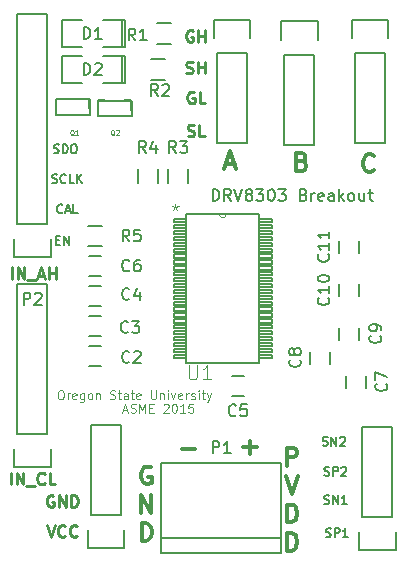
<source format=gto>
G04 #@! TF.FileFunction,Legend,Top*
%FSLAX46Y46*%
G04 Gerber Fmt 4.6, Leading zero omitted, Abs format (unit mm)*
G04 Created by KiCad (PCBNEW (2015-07-25 BZR 5993)-product) date Sun 30 Aug 2015 02:46:25 PM PDT*
%MOMM*%
G01*
G04 APERTURE LIST*
%ADD10C,0.100000*%
%ADD11C,0.096800*%
%ADD12C,0.147600*%
%ADD13C,0.300000*%
%ADD14C,0.248000*%
%ADD15C,0.152400*%
%ADD16C,0.150000*%
%ADD17C,0.203200*%
%ADD18C,0.076200*%
%ADD19C,0.088900*%
G04 APERTURE END LIST*
D10*
D11*
X135968429Y-79879000D02*
X136319858Y-79879000D01*
X135898144Y-80089857D02*
X136144144Y-79351857D01*
X136390144Y-80089857D01*
X136601000Y-80054714D02*
X136706429Y-80089857D01*
X136882143Y-80089857D01*
X136952429Y-80054714D01*
X136987572Y-80019571D01*
X137022715Y-79949286D01*
X137022715Y-79879000D01*
X136987572Y-79808714D01*
X136952429Y-79773571D01*
X136882143Y-79738429D01*
X136741572Y-79703286D01*
X136671286Y-79668143D01*
X136636143Y-79633000D01*
X136601000Y-79562714D01*
X136601000Y-79492429D01*
X136636143Y-79422143D01*
X136671286Y-79387000D01*
X136741572Y-79351857D01*
X136917286Y-79351857D01*
X137022715Y-79387000D01*
X137339000Y-80089857D02*
X137339000Y-79351857D01*
X137585000Y-79879000D01*
X137831000Y-79351857D01*
X137831000Y-80089857D01*
X138182429Y-79703286D02*
X138428429Y-79703286D01*
X138533858Y-80089857D02*
X138182429Y-80089857D01*
X138182429Y-79351857D01*
X138533858Y-79351857D01*
X139377286Y-79422143D02*
X139412429Y-79387000D01*
X139482715Y-79351857D01*
X139658429Y-79351857D01*
X139728715Y-79387000D01*
X139763858Y-79422143D01*
X139799001Y-79492429D01*
X139799001Y-79562714D01*
X139763858Y-79668143D01*
X139342144Y-80089857D01*
X139799001Y-80089857D01*
X140255858Y-79351857D02*
X140326143Y-79351857D01*
X140396429Y-79387000D01*
X140431572Y-79422143D01*
X140466715Y-79492429D01*
X140501858Y-79633000D01*
X140501858Y-79808714D01*
X140466715Y-79949286D01*
X140431572Y-80019571D01*
X140396429Y-80054714D01*
X140326143Y-80089857D01*
X140255858Y-80089857D01*
X140185572Y-80054714D01*
X140150429Y-80019571D01*
X140115286Y-79949286D01*
X140080143Y-79808714D01*
X140080143Y-79633000D01*
X140115286Y-79492429D01*
X140150429Y-79422143D01*
X140185572Y-79387000D01*
X140255858Y-79351857D01*
X141204715Y-80089857D02*
X140783000Y-80089857D01*
X140993858Y-80089857D02*
X140993858Y-79351857D01*
X140923572Y-79457286D01*
X140853286Y-79527571D01*
X140783000Y-79562714D01*
X141872429Y-79351857D02*
X141521000Y-79351857D01*
X141485857Y-79703286D01*
X141521000Y-79668143D01*
X141591286Y-79633000D01*
X141767000Y-79633000D01*
X141837286Y-79668143D01*
X141872429Y-79703286D01*
X141907572Y-79773571D01*
X141907572Y-79949286D01*
X141872429Y-80019571D01*
X141837286Y-80054714D01*
X141767000Y-80089857D01*
X141591286Y-80089857D01*
X141521000Y-80054714D01*
X141485857Y-80019571D01*
X130615430Y-78208857D02*
X130756001Y-78208857D01*
X130826287Y-78244000D01*
X130896573Y-78314286D01*
X130931715Y-78454857D01*
X130931715Y-78700857D01*
X130896573Y-78841429D01*
X130826287Y-78911714D01*
X130756001Y-78946857D01*
X130615430Y-78946857D01*
X130545144Y-78911714D01*
X130474858Y-78841429D01*
X130439715Y-78700857D01*
X130439715Y-78454857D01*
X130474858Y-78314286D01*
X130545144Y-78244000D01*
X130615430Y-78208857D01*
X131248001Y-78946857D02*
X131248001Y-78454857D01*
X131248001Y-78595429D02*
X131283144Y-78525143D01*
X131318287Y-78490000D01*
X131388573Y-78454857D01*
X131458858Y-78454857D01*
X131986001Y-78911714D02*
X131915715Y-78946857D01*
X131775144Y-78946857D01*
X131704858Y-78911714D01*
X131669715Y-78841429D01*
X131669715Y-78560286D01*
X131704858Y-78490000D01*
X131775144Y-78454857D01*
X131915715Y-78454857D01*
X131986001Y-78490000D01*
X132021144Y-78560286D01*
X132021144Y-78630571D01*
X131669715Y-78700857D01*
X132653715Y-78454857D02*
X132653715Y-79052286D01*
X132618572Y-79122571D01*
X132583429Y-79157714D01*
X132513144Y-79192857D01*
X132407715Y-79192857D01*
X132337429Y-79157714D01*
X132653715Y-78911714D02*
X132583429Y-78946857D01*
X132442858Y-78946857D01*
X132372572Y-78911714D01*
X132337429Y-78876571D01*
X132302286Y-78806286D01*
X132302286Y-78595429D01*
X132337429Y-78525143D01*
X132372572Y-78490000D01*
X132442858Y-78454857D01*
X132583429Y-78454857D01*
X132653715Y-78490000D01*
X133110572Y-78946857D02*
X133040286Y-78911714D01*
X133005143Y-78876571D01*
X132970000Y-78806286D01*
X132970000Y-78595429D01*
X133005143Y-78525143D01*
X133040286Y-78490000D01*
X133110572Y-78454857D01*
X133216000Y-78454857D01*
X133286286Y-78490000D01*
X133321429Y-78525143D01*
X133356572Y-78595429D01*
X133356572Y-78806286D01*
X133321429Y-78876571D01*
X133286286Y-78911714D01*
X133216000Y-78946857D01*
X133110572Y-78946857D01*
X133672857Y-78454857D02*
X133672857Y-78946857D01*
X133672857Y-78525143D02*
X133708000Y-78490000D01*
X133778286Y-78454857D01*
X133883714Y-78454857D01*
X133954000Y-78490000D01*
X133989143Y-78560286D01*
X133989143Y-78946857D01*
X134867714Y-78911714D02*
X134973143Y-78946857D01*
X135148857Y-78946857D01*
X135219143Y-78911714D01*
X135254286Y-78876571D01*
X135289429Y-78806286D01*
X135289429Y-78736000D01*
X135254286Y-78665714D01*
X135219143Y-78630571D01*
X135148857Y-78595429D01*
X135008286Y-78560286D01*
X134938000Y-78525143D01*
X134902857Y-78490000D01*
X134867714Y-78419714D01*
X134867714Y-78349429D01*
X134902857Y-78279143D01*
X134938000Y-78244000D01*
X135008286Y-78208857D01*
X135184000Y-78208857D01*
X135289429Y-78244000D01*
X135500286Y-78454857D02*
X135781429Y-78454857D01*
X135605714Y-78208857D02*
X135605714Y-78841429D01*
X135640857Y-78911714D01*
X135711143Y-78946857D01*
X135781429Y-78946857D01*
X136343714Y-78946857D02*
X136343714Y-78560286D01*
X136308571Y-78490000D01*
X136238285Y-78454857D01*
X136097714Y-78454857D01*
X136027428Y-78490000D01*
X136343714Y-78911714D02*
X136273428Y-78946857D01*
X136097714Y-78946857D01*
X136027428Y-78911714D01*
X135992285Y-78841429D01*
X135992285Y-78771143D01*
X136027428Y-78700857D01*
X136097714Y-78665714D01*
X136273428Y-78665714D01*
X136343714Y-78630571D01*
X136589714Y-78454857D02*
X136870857Y-78454857D01*
X136695142Y-78208857D02*
X136695142Y-78841429D01*
X136730285Y-78911714D01*
X136800571Y-78946857D01*
X136870857Y-78946857D01*
X137397999Y-78911714D02*
X137327713Y-78946857D01*
X137187142Y-78946857D01*
X137116856Y-78911714D01*
X137081713Y-78841429D01*
X137081713Y-78560286D01*
X137116856Y-78490000D01*
X137187142Y-78454857D01*
X137327713Y-78454857D01*
X137397999Y-78490000D01*
X137433142Y-78560286D01*
X137433142Y-78630571D01*
X137081713Y-78700857D01*
X138311713Y-78208857D02*
X138311713Y-78806286D01*
X138346856Y-78876571D01*
X138381999Y-78911714D01*
X138452285Y-78946857D01*
X138592856Y-78946857D01*
X138663142Y-78911714D01*
X138698285Y-78876571D01*
X138733428Y-78806286D01*
X138733428Y-78208857D01*
X139084856Y-78454857D02*
X139084856Y-78946857D01*
X139084856Y-78525143D02*
X139119999Y-78490000D01*
X139190285Y-78454857D01*
X139295713Y-78454857D01*
X139365999Y-78490000D01*
X139401142Y-78560286D01*
X139401142Y-78946857D01*
X139752570Y-78946857D02*
X139752570Y-78454857D01*
X139752570Y-78208857D02*
X139717427Y-78244000D01*
X139752570Y-78279143D01*
X139787713Y-78244000D01*
X139752570Y-78208857D01*
X139752570Y-78279143D01*
X140033714Y-78454857D02*
X140209428Y-78946857D01*
X140385142Y-78454857D01*
X140947428Y-78911714D02*
X140877142Y-78946857D01*
X140736571Y-78946857D01*
X140666285Y-78911714D01*
X140631142Y-78841429D01*
X140631142Y-78560286D01*
X140666285Y-78490000D01*
X140736571Y-78454857D01*
X140877142Y-78454857D01*
X140947428Y-78490000D01*
X140982571Y-78560286D01*
X140982571Y-78630571D01*
X140631142Y-78700857D01*
X141298856Y-78946857D02*
X141298856Y-78454857D01*
X141298856Y-78595429D02*
X141333999Y-78525143D01*
X141369142Y-78490000D01*
X141439428Y-78454857D01*
X141509713Y-78454857D01*
X141720570Y-78911714D02*
X141790856Y-78946857D01*
X141931428Y-78946857D01*
X142001713Y-78911714D01*
X142036856Y-78841429D01*
X142036856Y-78806286D01*
X142001713Y-78736000D01*
X141931428Y-78700857D01*
X141825999Y-78700857D01*
X141755713Y-78665714D01*
X141720570Y-78595429D01*
X141720570Y-78560286D01*
X141755713Y-78490000D01*
X141825999Y-78454857D01*
X141931428Y-78454857D01*
X142001713Y-78490000D01*
X142353142Y-78946857D02*
X142353142Y-78454857D01*
X142353142Y-78208857D02*
X142317999Y-78244000D01*
X142353142Y-78279143D01*
X142388285Y-78244000D01*
X142353142Y-78208857D01*
X142353142Y-78279143D01*
X142599143Y-78454857D02*
X142880286Y-78454857D01*
X142704571Y-78208857D02*
X142704571Y-78841429D01*
X142739714Y-78911714D01*
X142810000Y-78946857D01*
X142880286Y-78946857D01*
X143056000Y-78454857D02*
X143231714Y-78946857D01*
X143407428Y-78454857D02*
X143231714Y-78946857D01*
X143161428Y-79122571D01*
X143126285Y-79157714D01*
X143056000Y-79192857D01*
D12*
X143533189Y-62170762D02*
X143533189Y-61178762D01*
X143769380Y-61178762D01*
X143911094Y-61226000D01*
X144005570Y-61320476D01*
X144052809Y-61414952D01*
X144100047Y-61603905D01*
X144100047Y-61745619D01*
X144052809Y-61934571D01*
X144005570Y-62029048D01*
X143911094Y-62123524D01*
X143769380Y-62170762D01*
X143533189Y-62170762D01*
X145092047Y-62170762D02*
X144761380Y-61698381D01*
X144525189Y-62170762D02*
X144525189Y-61178762D01*
X144903094Y-61178762D01*
X144997570Y-61226000D01*
X145044809Y-61273238D01*
X145092047Y-61367714D01*
X145092047Y-61509429D01*
X145044809Y-61603905D01*
X144997570Y-61651143D01*
X144903094Y-61698381D01*
X144525189Y-61698381D01*
X145375475Y-61178762D02*
X145706142Y-62170762D01*
X146036809Y-61178762D01*
X146509190Y-61603905D02*
X146414714Y-61556667D01*
X146367475Y-61509429D01*
X146320237Y-61414952D01*
X146320237Y-61367714D01*
X146367475Y-61273238D01*
X146414714Y-61226000D01*
X146509190Y-61178762D01*
X146698142Y-61178762D01*
X146792618Y-61226000D01*
X146839856Y-61273238D01*
X146887095Y-61367714D01*
X146887095Y-61414952D01*
X146839856Y-61509429D01*
X146792618Y-61556667D01*
X146698142Y-61603905D01*
X146509190Y-61603905D01*
X146414714Y-61651143D01*
X146367475Y-61698381D01*
X146320237Y-61792857D01*
X146320237Y-61981810D01*
X146367475Y-62076286D01*
X146414714Y-62123524D01*
X146509190Y-62170762D01*
X146698142Y-62170762D01*
X146792618Y-62123524D01*
X146839856Y-62076286D01*
X146887095Y-61981810D01*
X146887095Y-61792857D01*
X146839856Y-61698381D01*
X146792618Y-61651143D01*
X146698142Y-61603905D01*
X147217761Y-61178762D02*
X147831857Y-61178762D01*
X147501190Y-61556667D01*
X147642904Y-61556667D01*
X147737380Y-61603905D01*
X147784618Y-61651143D01*
X147831857Y-61745619D01*
X147831857Y-61981810D01*
X147784618Y-62076286D01*
X147737380Y-62123524D01*
X147642904Y-62170762D01*
X147359476Y-62170762D01*
X147264999Y-62123524D01*
X147217761Y-62076286D01*
X148445952Y-61178762D02*
X148540428Y-61178762D01*
X148634904Y-61226000D01*
X148682142Y-61273238D01*
X148729380Y-61367714D01*
X148776619Y-61556667D01*
X148776619Y-61792857D01*
X148729380Y-61981810D01*
X148682142Y-62076286D01*
X148634904Y-62123524D01*
X148540428Y-62170762D01*
X148445952Y-62170762D01*
X148351476Y-62123524D01*
X148304238Y-62076286D01*
X148256999Y-61981810D01*
X148209761Y-61792857D01*
X148209761Y-61556667D01*
X148256999Y-61367714D01*
X148304238Y-61273238D01*
X148351476Y-61226000D01*
X148445952Y-61178762D01*
X149107285Y-61178762D02*
X149721381Y-61178762D01*
X149390714Y-61556667D01*
X149532428Y-61556667D01*
X149626904Y-61603905D01*
X149674142Y-61651143D01*
X149721381Y-61745619D01*
X149721381Y-61981810D01*
X149674142Y-62076286D01*
X149626904Y-62123524D01*
X149532428Y-62170762D01*
X149249000Y-62170762D01*
X149154523Y-62123524D01*
X149107285Y-62076286D01*
X151233000Y-61651143D02*
X151374714Y-61698381D01*
X151421953Y-61745619D01*
X151469191Y-61840095D01*
X151469191Y-61981810D01*
X151421953Y-62076286D01*
X151374714Y-62123524D01*
X151280238Y-62170762D01*
X150902333Y-62170762D01*
X150902333Y-61178762D01*
X151233000Y-61178762D01*
X151327476Y-61226000D01*
X151374714Y-61273238D01*
X151421953Y-61367714D01*
X151421953Y-61462190D01*
X151374714Y-61556667D01*
X151327476Y-61603905D01*
X151233000Y-61651143D01*
X150902333Y-61651143D01*
X151894333Y-62170762D02*
X151894333Y-61509429D01*
X151894333Y-61698381D02*
X151941572Y-61603905D01*
X151988810Y-61556667D01*
X152083286Y-61509429D01*
X152177762Y-61509429D01*
X152886333Y-62123524D02*
X152791857Y-62170762D01*
X152602905Y-62170762D01*
X152508428Y-62123524D01*
X152461190Y-62029048D01*
X152461190Y-61651143D01*
X152508428Y-61556667D01*
X152602905Y-61509429D01*
X152791857Y-61509429D01*
X152886333Y-61556667D01*
X152933571Y-61651143D01*
X152933571Y-61745619D01*
X152461190Y-61840095D01*
X153783857Y-62170762D02*
X153783857Y-61651143D01*
X153736619Y-61556667D01*
X153642143Y-61509429D01*
X153453191Y-61509429D01*
X153358714Y-61556667D01*
X153783857Y-62123524D02*
X153689381Y-62170762D01*
X153453191Y-62170762D01*
X153358714Y-62123524D01*
X153311476Y-62029048D01*
X153311476Y-61934571D01*
X153358714Y-61840095D01*
X153453191Y-61792857D01*
X153689381Y-61792857D01*
X153783857Y-61745619D01*
X154256238Y-62170762D02*
X154256238Y-61178762D01*
X154350715Y-61792857D02*
X154634143Y-62170762D01*
X154634143Y-61509429D02*
X154256238Y-61887333D01*
X155201001Y-62170762D02*
X155106525Y-62123524D01*
X155059286Y-62076286D01*
X155012048Y-61981810D01*
X155012048Y-61698381D01*
X155059286Y-61603905D01*
X155106525Y-61556667D01*
X155201001Y-61509429D01*
X155342715Y-61509429D01*
X155437191Y-61556667D01*
X155484429Y-61603905D01*
X155531667Y-61698381D01*
X155531667Y-61981810D01*
X155484429Y-62076286D01*
X155437191Y-62123524D01*
X155342715Y-62170762D01*
X155201001Y-62170762D01*
X156381953Y-61509429D02*
X156381953Y-62170762D01*
X155956810Y-61509429D02*
X155956810Y-62029048D01*
X156004049Y-62123524D01*
X156098525Y-62170762D01*
X156240239Y-62170762D01*
X156334715Y-62123524D01*
X156381953Y-62076286D01*
X156712620Y-61509429D02*
X157090525Y-61509429D01*
X156854334Y-61178762D02*
X156854334Y-62029048D01*
X156901573Y-62123524D01*
X156996049Y-62170762D01*
X157090525Y-62170762D01*
D13*
X140906572Y-83165143D02*
X142049429Y-83165143D01*
X146113572Y-83038143D02*
X147256429Y-83038143D01*
X146685000Y-83609571D02*
X146685000Y-82466714D01*
X138314857Y-84734000D02*
X138172000Y-84662571D01*
X137957714Y-84662571D01*
X137743429Y-84734000D01*
X137600571Y-84876857D01*
X137529143Y-85019714D01*
X137457714Y-85305429D01*
X137457714Y-85519714D01*
X137529143Y-85805429D01*
X137600571Y-85948286D01*
X137743429Y-86091143D01*
X137957714Y-86162571D01*
X138100571Y-86162571D01*
X138314857Y-86091143D01*
X138386286Y-86019714D01*
X138386286Y-85519714D01*
X138100571Y-85519714D01*
X137493429Y-88562571D02*
X137493429Y-87062571D01*
X138350572Y-88562571D01*
X138350572Y-87062571D01*
X137529143Y-90962571D02*
X137529143Y-89462571D01*
X137886286Y-89462571D01*
X138100571Y-89534000D01*
X138243429Y-89676857D01*
X138314857Y-89819714D01*
X138386286Y-90105429D01*
X138386286Y-90319714D01*
X138314857Y-90605429D01*
X138243429Y-90748286D01*
X138100571Y-90891143D01*
X137886286Y-90962571D01*
X137529143Y-90962571D01*
X149848143Y-84581571D02*
X149848143Y-83081571D01*
X150419571Y-83081571D01*
X150562429Y-83153000D01*
X150633857Y-83224429D01*
X150705286Y-83367286D01*
X150705286Y-83581571D01*
X150633857Y-83724429D01*
X150562429Y-83795857D01*
X150419571Y-83867286D01*
X149848143Y-83867286D01*
X149741000Y-85481571D02*
X150241000Y-86981571D01*
X150741000Y-85481571D01*
X149848143Y-89381571D02*
X149848143Y-87881571D01*
X150205286Y-87881571D01*
X150419571Y-87953000D01*
X150562429Y-88095857D01*
X150633857Y-88238714D01*
X150705286Y-88524429D01*
X150705286Y-88738714D01*
X150633857Y-89024429D01*
X150562429Y-89167286D01*
X150419571Y-89310143D01*
X150205286Y-89381571D01*
X149848143Y-89381571D01*
X149848143Y-91781571D02*
X149848143Y-90281571D01*
X150205286Y-90281571D01*
X150419571Y-90353000D01*
X150562429Y-90495857D01*
X150633857Y-90638714D01*
X150705286Y-90924429D01*
X150705286Y-91138714D01*
X150633857Y-91424429D01*
X150562429Y-91567286D01*
X150419571Y-91710143D01*
X150205286Y-91781571D01*
X149848143Y-91781571D01*
D12*
X152848143Y-82848714D02*
X152953572Y-82883857D01*
X153129286Y-82883857D01*
X153199572Y-82848714D01*
X153234715Y-82813571D01*
X153269858Y-82743286D01*
X153269858Y-82673000D01*
X153234715Y-82602714D01*
X153199572Y-82567571D01*
X153129286Y-82532429D01*
X152988715Y-82497286D01*
X152918429Y-82462143D01*
X152883286Y-82427000D01*
X152848143Y-82356714D01*
X152848143Y-82286429D01*
X152883286Y-82216143D01*
X152918429Y-82181000D01*
X152988715Y-82145857D01*
X153164429Y-82145857D01*
X153269858Y-82181000D01*
X153586143Y-82883857D02*
X153586143Y-82145857D01*
X154007858Y-82883857D01*
X154007858Y-82145857D01*
X154324143Y-82216143D02*
X154359286Y-82181000D01*
X154429572Y-82145857D01*
X154605286Y-82145857D01*
X154675572Y-82181000D01*
X154710715Y-82216143D01*
X154745858Y-82286429D01*
X154745858Y-82356714D01*
X154710715Y-82462143D01*
X154289001Y-82883857D01*
X154745858Y-82883857D01*
X152992714Y-85388714D02*
X153098143Y-85423857D01*
X153273857Y-85423857D01*
X153344143Y-85388714D01*
X153379286Y-85353571D01*
X153414429Y-85283286D01*
X153414429Y-85213000D01*
X153379286Y-85142714D01*
X153344143Y-85107571D01*
X153273857Y-85072429D01*
X153133286Y-85037286D01*
X153063000Y-85002143D01*
X153027857Y-84967000D01*
X152992714Y-84896714D01*
X152992714Y-84826429D01*
X153027857Y-84756143D01*
X153063000Y-84721000D01*
X153133286Y-84685857D01*
X153309000Y-84685857D01*
X153414429Y-84721000D01*
X153730714Y-85423857D02*
X153730714Y-84685857D01*
X154011857Y-84685857D01*
X154082143Y-84721000D01*
X154117286Y-84756143D01*
X154152429Y-84826429D01*
X154152429Y-84931857D01*
X154117286Y-85002143D01*
X154082143Y-85037286D01*
X154011857Y-85072429D01*
X153730714Y-85072429D01*
X154433571Y-84756143D02*
X154468714Y-84721000D01*
X154539000Y-84685857D01*
X154714714Y-84685857D01*
X154785000Y-84721000D01*
X154820143Y-84756143D01*
X154855286Y-84826429D01*
X154855286Y-84896714D01*
X154820143Y-85002143D01*
X154398429Y-85423857D01*
X154855286Y-85423857D01*
X152975143Y-87801714D02*
X153080572Y-87836857D01*
X153256286Y-87836857D01*
X153326572Y-87801714D01*
X153361715Y-87766571D01*
X153396858Y-87696286D01*
X153396858Y-87626000D01*
X153361715Y-87555714D01*
X153326572Y-87520571D01*
X153256286Y-87485429D01*
X153115715Y-87450286D01*
X153045429Y-87415143D01*
X153010286Y-87380000D01*
X152975143Y-87309714D01*
X152975143Y-87239429D01*
X153010286Y-87169143D01*
X153045429Y-87134000D01*
X153115715Y-87098857D01*
X153291429Y-87098857D01*
X153396858Y-87134000D01*
X153713143Y-87836857D02*
X153713143Y-87098857D01*
X154134858Y-87836857D01*
X154134858Y-87098857D01*
X154872858Y-87836857D02*
X154451143Y-87836857D01*
X154662001Y-87836857D02*
X154662001Y-87098857D01*
X154591715Y-87204286D01*
X154521429Y-87274571D01*
X154451143Y-87309714D01*
X153119714Y-90595714D02*
X153225143Y-90630857D01*
X153400857Y-90630857D01*
X153471143Y-90595714D01*
X153506286Y-90560571D01*
X153541429Y-90490286D01*
X153541429Y-90420000D01*
X153506286Y-90349714D01*
X153471143Y-90314571D01*
X153400857Y-90279429D01*
X153260286Y-90244286D01*
X153190000Y-90209143D01*
X153154857Y-90174000D01*
X153119714Y-90103714D01*
X153119714Y-90033429D01*
X153154857Y-89963143D01*
X153190000Y-89928000D01*
X153260286Y-89892857D01*
X153436000Y-89892857D01*
X153541429Y-89928000D01*
X153857714Y-90630857D02*
X153857714Y-89892857D01*
X154138857Y-89892857D01*
X154209143Y-89928000D01*
X154244286Y-89963143D01*
X154279429Y-90033429D01*
X154279429Y-90138857D01*
X154244286Y-90209143D01*
X154209143Y-90244286D01*
X154138857Y-90279429D01*
X153857714Y-90279429D01*
X154982286Y-90630857D02*
X154560571Y-90630857D01*
X154771429Y-90630857D02*
X154771429Y-89892857D01*
X154701143Y-89998286D01*
X154630857Y-90068571D01*
X154560571Y-90103714D01*
X130097571Y-58083714D02*
X130203000Y-58118857D01*
X130378714Y-58118857D01*
X130449000Y-58083714D01*
X130484143Y-58048571D01*
X130519286Y-57978286D01*
X130519286Y-57908000D01*
X130484143Y-57837714D01*
X130449000Y-57802571D01*
X130378714Y-57767429D01*
X130238143Y-57732286D01*
X130167857Y-57697143D01*
X130132714Y-57662000D01*
X130097571Y-57591714D01*
X130097571Y-57521429D01*
X130132714Y-57451143D01*
X130167857Y-57416000D01*
X130238143Y-57380857D01*
X130413857Y-57380857D01*
X130519286Y-57416000D01*
X130835571Y-58118857D02*
X130835571Y-57380857D01*
X131011286Y-57380857D01*
X131116714Y-57416000D01*
X131187000Y-57486286D01*
X131222143Y-57556571D01*
X131257286Y-57697143D01*
X131257286Y-57802571D01*
X131222143Y-57943143D01*
X131187000Y-58013429D01*
X131116714Y-58083714D01*
X131011286Y-58118857D01*
X130835571Y-58118857D01*
X131714143Y-57380857D02*
X131854714Y-57380857D01*
X131925000Y-57416000D01*
X131995286Y-57486286D01*
X132030428Y-57626857D01*
X132030428Y-57872857D01*
X131995286Y-58013429D01*
X131925000Y-58083714D01*
X131854714Y-58118857D01*
X131714143Y-58118857D01*
X131643857Y-58083714D01*
X131573571Y-58013429D01*
X131538428Y-57872857D01*
X131538428Y-57626857D01*
X131573571Y-57486286D01*
X131643857Y-57416000D01*
X131714143Y-57380857D01*
X129943428Y-60623714D02*
X130048857Y-60658857D01*
X130224571Y-60658857D01*
X130294857Y-60623714D01*
X130330000Y-60588571D01*
X130365143Y-60518286D01*
X130365143Y-60448000D01*
X130330000Y-60377714D01*
X130294857Y-60342571D01*
X130224571Y-60307429D01*
X130084000Y-60272286D01*
X130013714Y-60237143D01*
X129978571Y-60202000D01*
X129943428Y-60131714D01*
X129943428Y-60061429D01*
X129978571Y-59991143D01*
X130013714Y-59956000D01*
X130084000Y-59920857D01*
X130259714Y-59920857D01*
X130365143Y-59956000D01*
X131103143Y-60588571D02*
X131068000Y-60623714D01*
X130962571Y-60658857D01*
X130892285Y-60658857D01*
X130786857Y-60623714D01*
X130716571Y-60553429D01*
X130681428Y-60483143D01*
X130646285Y-60342571D01*
X130646285Y-60237143D01*
X130681428Y-60096571D01*
X130716571Y-60026286D01*
X130786857Y-59956000D01*
X130892285Y-59920857D01*
X130962571Y-59920857D01*
X131068000Y-59956000D01*
X131103143Y-59991143D01*
X131770857Y-60658857D02*
X131419428Y-60658857D01*
X131419428Y-59920857D01*
X132016857Y-60658857D02*
X132016857Y-59920857D01*
X132438572Y-60658857D02*
X132122286Y-60237143D01*
X132438572Y-59920857D02*
X132016857Y-60342571D01*
X130804429Y-63128571D02*
X130769286Y-63163714D01*
X130663857Y-63198857D01*
X130593571Y-63198857D01*
X130488143Y-63163714D01*
X130417857Y-63093429D01*
X130382714Y-63023143D01*
X130347571Y-62882571D01*
X130347571Y-62777143D01*
X130382714Y-62636571D01*
X130417857Y-62566286D01*
X130488143Y-62496000D01*
X130593571Y-62460857D01*
X130663857Y-62460857D01*
X130769286Y-62496000D01*
X130804429Y-62531143D01*
X131085571Y-62988000D02*
X131437000Y-62988000D01*
X131015286Y-63198857D02*
X131261286Y-62460857D01*
X131507286Y-63198857D01*
X132104714Y-63198857D02*
X131753285Y-63198857D01*
X131753285Y-62460857D01*
X130265286Y-65479286D02*
X130511286Y-65479286D01*
X130616715Y-65865857D02*
X130265286Y-65865857D01*
X130265286Y-65127857D01*
X130616715Y-65127857D01*
X130933000Y-65865857D02*
X130933000Y-65127857D01*
X131354715Y-65865857D01*
X131354715Y-65127857D01*
D14*
X126554714Y-68774762D02*
X126554714Y-67782762D01*
X127027095Y-68774762D02*
X127027095Y-67782762D01*
X127593953Y-68774762D01*
X127593953Y-67782762D01*
X127830143Y-68869238D02*
X128585953Y-68869238D01*
X128774905Y-68491333D02*
X129247286Y-68491333D01*
X128680429Y-68774762D02*
X129011096Y-67782762D01*
X129341763Y-68774762D01*
X129672429Y-68774762D02*
X129672429Y-67782762D01*
X129672429Y-68255143D02*
X130239287Y-68255143D01*
X130239287Y-68774762D02*
X130239287Y-67782762D01*
X126474952Y-86173762D02*
X126474952Y-85181762D01*
X126947333Y-86173762D02*
X126947333Y-85181762D01*
X127514191Y-86173762D01*
X127514191Y-85181762D01*
X127750381Y-86268238D02*
X128506191Y-86268238D01*
X129309239Y-86079286D02*
X129262001Y-86126524D01*
X129120286Y-86173762D01*
X129025810Y-86173762D01*
X128884096Y-86126524D01*
X128789620Y-86032048D01*
X128742381Y-85937571D01*
X128695143Y-85748619D01*
X128695143Y-85606905D01*
X128742381Y-85417952D01*
X128789620Y-85323476D01*
X128884096Y-85229000D01*
X129025810Y-85181762D01*
X129120286Y-85181762D01*
X129262001Y-85229000D01*
X129309239Y-85276238D01*
X130206762Y-86173762D02*
X129734381Y-86173762D01*
X129734381Y-85181762D01*
X129487333Y-89626762D02*
X129818000Y-90618762D01*
X130148667Y-89626762D01*
X131046191Y-90524286D02*
X130998953Y-90571524D01*
X130857238Y-90618762D01*
X130762762Y-90618762D01*
X130621048Y-90571524D01*
X130526572Y-90477048D01*
X130479333Y-90382571D01*
X130432095Y-90193619D01*
X130432095Y-90051905D01*
X130479333Y-89862952D01*
X130526572Y-89768476D01*
X130621048Y-89674000D01*
X130762762Y-89626762D01*
X130857238Y-89626762D01*
X130998953Y-89674000D01*
X131046191Y-89721238D01*
X132038191Y-90524286D02*
X131990953Y-90571524D01*
X131849238Y-90618762D01*
X131754762Y-90618762D01*
X131613048Y-90571524D01*
X131518572Y-90477048D01*
X131471333Y-90382571D01*
X131424095Y-90193619D01*
X131424095Y-90051905D01*
X131471333Y-89862952D01*
X131518572Y-89768476D01*
X131613048Y-89674000D01*
X131754762Y-89626762D01*
X131849238Y-89626762D01*
X131990953Y-89674000D01*
X132038191Y-89721238D01*
X130054191Y-87134000D02*
X129959714Y-87086762D01*
X129818000Y-87086762D01*
X129676286Y-87134000D01*
X129581810Y-87228476D01*
X129534571Y-87322952D01*
X129487333Y-87511905D01*
X129487333Y-87653619D01*
X129534571Y-87842571D01*
X129581810Y-87937048D01*
X129676286Y-88031524D01*
X129818000Y-88078762D01*
X129912476Y-88078762D01*
X130054191Y-88031524D01*
X130101429Y-87984286D01*
X130101429Y-87653619D01*
X129912476Y-87653619D01*
X130526571Y-88078762D02*
X130526571Y-87086762D01*
X131093429Y-88078762D01*
X131093429Y-87086762D01*
X131565809Y-88078762D02*
X131565809Y-87086762D01*
X131802000Y-87086762D01*
X131943714Y-87134000D01*
X132038190Y-87228476D01*
X132085429Y-87322952D01*
X132132667Y-87511905D01*
X132132667Y-87653619D01*
X132085429Y-87842571D01*
X132038190Y-87937048D01*
X131943714Y-88031524D01*
X131802000Y-88078762D01*
X131565809Y-88078762D01*
X141428047Y-56662524D02*
X141569762Y-56709762D01*
X141805952Y-56709762D01*
X141900428Y-56662524D01*
X141947666Y-56615286D01*
X141994905Y-56520810D01*
X141994905Y-56426333D01*
X141947666Y-56331857D01*
X141900428Y-56284619D01*
X141805952Y-56237381D01*
X141617000Y-56190143D01*
X141522524Y-56142905D01*
X141475285Y-56095667D01*
X141428047Y-56001190D01*
X141428047Y-55906714D01*
X141475285Y-55812238D01*
X141522524Y-55765000D01*
X141617000Y-55717762D01*
X141853190Y-55717762D01*
X141994905Y-55765000D01*
X142892428Y-56709762D02*
X142420047Y-56709762D01*
X142420047Y-55717762D01*
X141971286Y-52971000D02*
X141876809Y-52923762D01*
X141735095Y-52923762D01*
X141593381Y-52971000D01*
X141498905Y-53065476D01*
X141451666Y-53159952D01*
X141404428Y-53348905D01*
X141404428Y-53490619D01*
X141451666Y-53679571D01*
X141498905Y-53774048D01*
X141593381Y-53868524D01*
X141735095Y-53915762D01*
X141829571Y-53915762D01*
X141971286Y-53868524D01*
X142018524Y-53821286D01*
X142018524Y-53490619D01*
X141829571Y-53490619D01*
X142916047Y-53915762D02*
X142443666Y-53915762D01*
X142443666Y-52923762D01*
X141309952Y-51328524D02*
X141451667Y-51375762D01*
X141687857Y-51375762D01*
X141782333Y-51328524D01*
X141829571Y-51281286D01*
X141876810Y-51186810D01*
X141876810Y-51092333D01*
X141829571Y-50997857D01*
X141782333Y-50950619D01*
X141687857Y-50903381D01*
X141498905Y-50856143D01*
X141404429Y-50808905D01*
X141357190Y-50761667D01*
X141309952Y-50667190D01*
X141309952Y-50572714D01*
X141357190Y-50478238D01*
X141404429Y-50431000D01*
X141498905Y-50383762D01*
X141735095Y-50383762D01*
X141876810Y-50431000D01*
X142301952Y-51375762D02*
X142301952Y-50383762D01*
X142301952Y-50856143D02*
X142868810Y-50856143D01*
X142868810Y-51375762D02*
X142868810Y-50383762D01*
X141853191Y-47764000D02*
X141758714Y-47716762D01*
X141617000Y-47716762D01*
X141475286Y-47764000D01*
X141380810Y-47858476D01*
X141333571Y-47952952D01*
X141286333Y-48141905D01*
X141286333Y-48283619D01*
X141333571Y-48472571D01*
X141380810Y-48567048D01*
X141475286Y-48661524D01*
X141617000Y-48708762D01*
X141711476Y-48708762D01*
X141853191Y-48661524D01*
X141900429Y-48614286D01*
X141900429Y-48283619D01*
X141711476Y-48283619D01*
X142325571Y-48708762D02*
X142325571Y-47716762D01*
X142325571Y-48189143D02*
X142892429Y-48189143D01*
X142892429Y-48708762D02*
X142892429Y-47716762D01*
D13*
X157182286Y-59590714D02*
X157110857Y-59662143D01*
X156896571Y-59733571D01*
X156753714Y-59733571D01*
X156539429Y-59662143D01*
X156396571Y-59519286D01*
X156325143Y-59376429D01*
X156253714Y-59090714D01*
X156253714Y-58876429D01*
X156325143Y-58590714D01*
X156396571Y-58447857D01*
X156539429Y-58305000D01*
X156753714Y-58233571D01*
X156896571Y-58233571D01*
X157110857Y-58305000D01*
X157182286Y-58376429D01*
X151110143Y-58820857D02*
X151324429Y-58892286D01*
X151395857Y-58963714D01*
X151467286Y-59106571D01*
X151467286Y-59320857D01*
X151395857Y-59463714D01*
X151324429Y-59535143D01*
X151181571Y-59606571D01*
X150610143Y-59606571D01*
X150610143Y-58106571D01*
X151110143Y-58106571D01*
X151253000Y-58178000D01*
X151324429Y-58249429D01*
X151395857Y-58392286D01*
X151395857Y-58535143D01*
X151324429Y-58678000D01*
X151253000Y-58749429D01*
X151110143Y-58820857D01*
X150610143Y-58820857D01*
X144676857Y-59051000D02*
X145391143Y-59051000D01*
X144534000Y-59479571D02*
X145034000Y-57979571D01*
X145534000Y-59479571D01*
D15*
X141300200Y-63982600D02*
X141300200Y-63703200D01*
X141300200Y-63703200D02*
X140233400Y-63703200D01*
X140233400Y-63703200D02*
X140233400Y-63982600D01*
X140233400Y-63982600D02*
X141300200Y-63982600D01*
X141300200Y-64490600D02*
X141300200Y-64211200D01*
X141300200Y-64211200D02*
X140233400Y-64211200D01*
X140233400Y-64211200D02*
X140233400Y-64490600D01*
X140233400Y-64490600D02*
X141300200Y-64490600D01*
X141300200Y-64973200D02*
X141300200Y-64693800D01*
X141300200Y-64693800D02*
X140233400Y-64693800D01*
X140233400Y-64693800D02*
X140233400Y-64973200D01*
X140233400Y-64973200D02*
X141300200Y-64973200D01*
X141300200Y-65481200D02*
X141300200Y-65201800D01*
X141300200Y-65201800D02*
X140233400Y-65201800D01*
X140233400Y-65201800D02*
X140233400Y-65481200D01*
X140233400Y-65481200D02*
X141300200Y-65481200D01*
X141300200Y-65989200D02*
X141300200Y-65709800D01*
X141300200Y-65709800D02*
X140233400Y-65709800D01*
X140233400Y-65709800D02*
X140233400Y-65989200D01*
X140233400Y-65989200D02*
X141300200Y-65989200D01*
X141300200Y-66497200D02*
X141300200Y-66217800D01*
X141300200Y-66217800D02*
X140233400Y-66217800D01*
X140233400Y-66217800D02*
X140233400Y-66497200D01*
X140233400Y-66497200D02*
X141300200Y-66497200D01*
X141300200Y-66979800D02*
X141300200Y-66700400D01*
X141300200Y-66700400D02*
X140233400Y-66700400D01*
X140233400Y-66700400D02*
X140233400Y-66979800D01*
X140233400Y-66979800D02*
X141300200Y-66979800D01*
X141300200Y-67487800D02*
X141300200Y-67208400D01*
X141300200Y-67208400D02*
X140233400Y-67208400D01*
X140233400Y-67208400D02*
X140233400Y-67487800D01*
X140233400Y-67487800D02*
X141300200Y-67487800D01*
X141300200Y-67995800D02*
X141300200Y-67716400D01*
X141300200Y-67716400D02*
X140233400Y-67716400D01*
X140233400Y-67716400D02*
X140233400Y-67995800D01*
X140233400Y-67995800D02*
X141300200Y-67995800D01*
X141300200Y-68478400D02*
X141300200Y-68199000D01*
X141300200Y-68199000D02*
X140233400Y-68199000D01*
X140233400Y-68199000D02*
X140233400Y-68478400D01*
X140233400Y-68478400D02*
X141300200Y-68478400D01*
X141300200Y-68986400D02*
X141300200Y-68707000D01*
X141300200Y-68707000D02*
X140233400Y-68707000D01*
X140233400Y-68707000D02*
X140233400Y-68986400D01*
X140233400Y-68986400D02*
X141300200Y-68986400D01*
X141300200Y-69494400D02*
X141300200Y-69215000D01*
X141300200Y-69215000D02*
X140233400Y-69215000D01*
X140233400Y-69215000D02*
X140233400Y-69494400D01*
X140233400Y-69494400D02*
X141300200Y-69494400D01*
X141300200Y-69977000D02*
X141300200Y-69697600D01*
X141300200Y-69697600D02*
X140233400Y-69697600D01*
X140233400Y-69697600D02*
X140233400Y-69977000D01*
X140233400Y-69977000D02*
X141300200Y-69977000D01*
X141300200Y-70485000D02*
X141300200Y-70205600D01*
X141300200Y-70205600D02*
X140233400Y-70205600D01*
X140233400Y-70205600D02*
X140233400Y-70485000D01*
X140233400Y-70485000D02*
X141300200Y-70485000D01*
X141300200Y-70993000D02*
X141300200Y-70713600D01*
X141300200Y-70713600D02*
X140233400Y-70713600D01*
X140233400Y-70713600D02*
X140233400Y-70993000D01*
X140233400Y-70993000D02*
X141300200Y-70993000D01*
X141300200Y-71475600D02*
X141300200Y-71196200D01*
X141300200Y-71196200D02*
X140233400Y-71196200D01*
X140233400Y-71196200D02*
X140233400Y-71475600D01*
X140233400Y-71475600D02*
X141300200Y-71475600D01*
X141300200Y-71983600D02*
X141300200Y-71704200D01*
X141300200Y-71704200D02*
X140233400Y-71704200D01*
X140233400Y-71704200D02*
X140233400Y-71983600D01*
X140233400Y-71983600D02*
X141300200Y-71983600D01*
X141300200Y-72491600D02*
X141300200Y-72212200D01*
X141300200Y-72212200D02*
X140233400Y-72212200D01*
X140233400Y-72212200D02*
X140233400Y-72491600D01*
X140233400Y-72491600D02*
X141300200Y-72491600D01*
X141300200Y-72974200D02*
X141300200Y-72694800D01*
X141300200Y-72694800D02*
X140233400Y-72694800D01*
X140233400Y-72694800D02*
X140233400Y-72974200D01*
X140233400Y-72974200D02*
X141300200Y-72974200D01*
X141300200Y-73482200D02*
X141300200Y-73202800D01*
X141300200Y-73202800D02*
X140233400Y-73202800D01*
X140233400Y-73202800D02*
X140233400Y-73482200D01*
X140233400Y-73482200D02*
X141300200Y-73482200D01*
X141300200Y-73990200D02*
X141300200Y-73710800D01*
X141300200Y-73710800D02*
X140233400Y-73710800D01*
X140233400Y-73710800D02*
X140233400Y-73990200D01*
X140233400Y-73990200D02*
X141300200Y-73990200D01*
X141300200Y-74498200D02*
X141300200Y-74218800D01*
X141300200Y-74218800D02*
X140233400Y-74218800D01*
X140233400Y-74218800D02*
X140233400Y-74498200D01*
X140233400Y-74498200D02*
X141300200Y-74498200D01*
X141300200Y-74980800D02*
X141300200Y-74701400D01*
X141300200Y-74701400D02*
X140233400Y-74701400D01*
X140233400Y-74701400D02*
X140233400Y-74980800D01*
X140233400Y-74980800D02*
X141300200Y-74980800D01*
X141300200Y-75488800D02*
X141300200Y-75209400D01*
X141300200Y-75209400D02*
X140233400Y-75209400D01*
X140233400Y-75209400D02*
X140233400Y-75488800D01*
X140233400Y-75488800D02*
X141300200Y-75488800D01*
X147497800Y-75209400D02*
X147497800Y-75488800D01*
X147497800Y-75488800D02*
X148564600Y-75488800D01*
X148564600Y-75488800D02*
X148564600Y-75209400D01*
X148564600Y-75209400D02*
X147497800Y-75209400D01*
X147497800Y-74701400D02*
X147497800Y-74980800D01*
X147497800Y-74980800D02*
X148564600Y-74980800D01*
X148564600Y-74980800D02*
X148564600Y-74701400D01*
X148564600Y-74701400D02*
X147497800Y-74701400D01*
X147497800Y-74218800D02*
X147497800Y-74498200D01*
X147497800Y-74498200D02*
X148564600Y-74498200D01*
X148564600Y-74498200D02*
X148564600Y-74218800D01*
X148564600Y-74218800D02*
X147497800Y-74218800D01*
X147497800Y-73710800D02*
X147497800Y-73990200D01*
X147497800Y-73990200D02*
X148564600Y-73990200D01*
X148564600Y-73990200D02*
X148564600Y-73710800D01*
X148564600Y-73710800D02*
X147497800Y-73710800D01*
X147497800Y-73202800D02*
X147497800Y-73482200D01*
X147497800Y-73482200D02*
X148564600Y-73482200D01*
X148564600Y-73482200D02*
X148564600Y-73202800D01*
X148564600Y-73202800D02*
X147497800Y-73202800D01*
X147497800Y-72694800D02*
X147497800Y-72974200D01*
X147497800Y-72974200D02*
X148564600Y-72974200D01*
X148564600Y-72974200D02*
X148564600Y-72694800D01*
X148564600Y-72694800D02*
X147497800Y-72694800D01*
X147497800Y-72212200D02*
X147497800Y-72491600D01*
X147497800Y-72491600D02*
X148564600Y-72491600D01*
X148564600Y-72491600D02*
X148564600Y-72212200D01*
X148564600Y-72212200D02*
X147497800Y-72212200D01*
X147497800Y-71704200D02*
X147497800Y-71983600D01*
X147497800Y-71983600D02*
X148564600Y-71983600D01*
X148564600Y-71983600D02*
X148564600Y-71704200D01*
X148564600Y-71704200D02*
X147497800Y-71704200D01*
X147497800Y-71196200D02*
X147497800Y-71475600D01*
X147497800Y-71475600D02*
X148564600Y-71475600D01*
X148564600Y-71475600D02*
X148564600Y-71196200D01*
X148564600Y-71196200D02*
X147497800Y-71196200D01*
X147497800Y-70713600D02*
X147497800Y-70993000D01*
X147497800Y-70993000D02*
X148564600Y-70993000D01*
X148564600Y-70993000D02*
X148564600Y-70713600D01*
X148564600Y-70713600D02*
X147497800Y-70713600D01*
X147497800Y-70205600D02*
X147497800Y-70485000D01*
X147497800Y-70485000D02*
X148564600Y-70485000D01*
X148564600Y-70485000D02*
X148564600Y-70205600D01*
X148564600Y-70205600D02*
X147497800Y-70205600D01*
X147497800Y-69697600D02*
X147497800Y-69977000D01*
X147497800Y-69977000D02*
X148564600Y-69977000D01*
X148564600Y-69977000D02*
X148564600Y-69697600D01*
X148564600Y-69697600D02*
X147497800Y-69697600D01*
X147497800Y-69215000D02*
X147497800Y-69494400D01*
X147497800Y-69494400D02*
X148564600Y-69494400D01*
X148564600Y-69494400D02*
X148564600Y-69215000D01*
X148564600Y-69215000D02*
X147497800Y-69215000D01*
X147497800Y-68707000D02*
X147497800Y-68986400D01*
X147497800Y-68986400D02*
X148564600Y-68986400D01*
X148564600Y-68986400D02*
X148564600Y-68707000D01*
X148564600Y-68707000D02*
X147497800Y-68707000D01*
X147497800Y-68199000D02*
X147497800Y-68478400D01*
X147497800Y-68478400D02*
X148564600Y-68478400D01*
X148564600Y-68478400D02*
X148564600Y-68199000D01*
X148564600Y-68199000D02*
X147497800Y-68199000D01*
X147497800Y-67716400D02*
X147497800Y-67995800D01*
X147497800Y-67995800D02*
X148564600Y-67995800D01*
X148564600Y-67995800D02*
X148564600Y-67716400D01*
X148564600Y-67716400D02*
X147497800Y-67716400D01*
X147497800Y-67208400D02*
X147497800Y-67487800D01*
X147497800Y-67487800D02*
X148564600Y-67487800D01*
X148564600Y-67487800D02*
X148564600Y-67208400D01*
X148564600Y-67208400D02*
X147497800Y-67208400D01*
X147497800Y-66700400D02*
X147497800Y-66979800D01*
X147497800Y-66979800D02*
X148564600Y-66979800D01*
X148564600Y-66979800D02*
X148564600Y-66700400D01*
X148564600Y-66700400D02*
X147497800Y-66700400D01*
X147497800Y-66217800D02*
X147497800Y-66497200D01*
X147497800Y-66497200D02*
X148564600Y-66497200D01*
X148564600Y-66497200D02*
X148564600Y-66217800D01*
X148564600Y-66217800D02*
X147497800Y-66217800D01*
X147497800Y-65709800D02*
X147497800Y-65989200D01*
X147497800Y-65989200D02*
X148564600Y-65989200D01*
X148564600Y-65989200D02*
X148564600Y-65709800D01*
X148564600Y-65709800D02*
X147497800Y-65709800D01*
X147497800Y-65201800D02*
X147497800Y-65481200D01*
X147497800Y-65481200D02*
X148564600Y-65481200D01*
X148564600Y-65481200D02*
X148564600Y-65201800D01*
X148564600Y-65201800D02*
X147497800Y-65201800D01*
X147497800Y-64693800D02*
X147497800Y-64973200D01*
X147497800Y-64973200D02*
X148564600Y-64973200D01*
X148564600Y-64973200D02*
X148564600Y-64693800D01*
X148564600Y-64693800D02*
X147497800Y-64693800D01*
X147497800Y-64211200D02*
X147497800Y-64490600D01*
X147497800Y-64490600D02*
X148564600Y-64490600D01*
X148564600Y-64490600D02*
X148564600Y-64211200D01*
X148564600Y-64211200D02*
X147497800Y-64211200D01*
X147497800Y-63703200D02*
X147497800Y-63982600D01*
X147497800Y-63982600D02*
X148564600Y-63982600D01*
X148564600Y-63982600D02*
X148564600Y-63703200D01*
X148564600Y-63703200D02*
X147497800Y-63703200D01*
X141300200Y-75895200D02*
X147497800Y-75895200D01*
X147497800Y-75895200D02*
X147497800Y-63296800D01*
X147497800Y-63296800D02*
X144703800Y-63296800D01*
X144703800Y-63296800D02*
X144094200Y-63296800D01*
X144094200Y-63296800D02*
X141300200Y-63296800D01*
X141300200Y-63296800D02*
X141300200Y-75895200D01*
D10*
X144094200Y-63296800D02*
G75*
G03X144703800Y-63296800I304800J0D01*
G01*
D16*
X135890000Y-49149000D02*
X136144000Y-49149000D01*
X136144000Y-49149000D02*
X136144000Y-46863000D01*
X136144000Y-46863000D02*
X135890000Y-46863000D01*
X135890000Y-49149000D02*
X135890000Y-46863000D01*
X135890000Y-46863000D02*
X134239000Y-46863000D01*
X132461000Y-49149000D02*
X130810000Y-49149000D01*
X130810000Y-49149000D02*
X130810000Y-46863000D01*
X130810000Y-46863000D02*
X132461000Y-46863000D01*
X134239000Y-49149000D02*
X135890000Y-49149000D01*
X135890000Y-52197000D02*
X136144000Y-52197000D01*
X136144000Y-52197000D02*
X136144000Y-49911000D01*
X136144000Y-49911000D02*
X135890000Y-49911000D01*
X135890000Y-52197000D02*
X135890000Y-49911000D01*
X135890000Y-49911000D02*
X134239000Y-49911000D01*
X132461000Y-52197000D02*
X130810000Y-52197000D01*
X130810000Y-52197000D02*
X130810000Y-49911000D01*
X130810000Y-49911000D02*
X132461000Y-49911000D01*
X134239000Y-52197000D02*
X135890000Y-52197000D01*
X127000000Y-64135000D02*
X127000000Y-46355000D01*
X127000000Y-46355000D02*
X129540000Y-46355000D01*
X129540000Y-46355000D02*
X129540000Y-64135000D01*
X126720000Y-66955000D02*
X126720000Y-65405000D01*
X127000000Y-64135000D02*
X129540000Y-64135000D01*
X129820000Y-65405000D02*
X129820000Y-66955000D01*
X129820000Y-66955000D02*
X126720000Y-66955000D01*
X127000000Y-81915000D02*
X127000000Y-69215000D01*
X127000000Y-69215000D02*
X129540000Y-69215000D01*
X129540000Y-69215000D02*
X129540000Y-81915000D01*
X126720000Y-84735000D02*
X126720000Y-83185000D01*
X127000000Y-81915000D02*
X129540000Y-81915000D01*
X129820000Y-83185000D02*
X129820000Y-84735000D01*
X129820000Y-84735000D02*
X126720000Y-84735000D01*
X135763000Y-88773000D02*
X135763000Y-81153000D01*
X133223000Y-88773000D02*
X133223000Y-81153000D01*
X132943000Y-91593000D02*
X132943000Y-90043000D01*
X135763000Y-81153000D02*
X133223000Y-81153000D01*
X133223000Y-88773000D02*
X135763000Y-88773000D01*
X136043000Y-90043000D02*
X136043000Y-91593000D01*
X136043000Y-91593000D02*
X132943000Y-91593000D01*
X143891000Y-49657000D02*
X143891000Y-57277000D01*
X146431000Y-49657000D02*
X146431000Y-57277000D01*
X146711000Y-46837000D02*
X146711000Y-48387000D01*
X143891000Y-57277000D02*
X146431000Y-57277000D01*
X146431000Y-49657000D02*
X143891000Y-49657000D01*
X143611000Y-48387000D02*
X143611000Y-46837000D01*
X143611000Y-46837000D02*
X146711000Y-46837000D01*
X149606000Y-49784000D02*
X149606000Y-57404000D01*
X152146000Y-49784000D02*
X152146000Y-57404000D01*
X152426000Y-46964000D02*
X152426000Y-48514000D01*
X149606000Y-57404000D02*
X152146000Y-57404000D01*
X152146000Y-49784000D02*
X149606000Y-49784000D01*
X149326000Y-48514000D02*
X149326000Y-46964000D01*
X149326000Y-46964000D02*
X152426000Y-46964000D01*
X155575000Y-49657000D02*
X155575000Y-57277000D01*
X158115000Y-49657000D02*
X158115000Y-57277000D01*
X158395000Y-46837000D02*
X158395000Y-48387000D01*
X155575000Y-57277000D02*
X158115000Y-57277000D01*
X158115000Y-49657000D02*
X155575000Y-49657000D01*
X155295000Y-48387000D02*
X155295000Y-46837000D01*
X155295000Y-46837000D02*
X158395000Y-46837000D01*
X158750000Y-88900000D02*
X158750000Y-81280000D01*
X156210000Y-88900000D02*
X156210000Y-81280000D01*
X155930000Y-91720000D02*
X155930000Y-90170000D01*
X158750000Y-81280000D02*
X156210000Y-81280000D01*
X156210000Y-88900000D02*
X158750000Y-88900000D01*
X159030000Y-90170000D02*
X159030000Y-91720000D01*
X159030000Y-91720000D02*
X155930000Y-91720000D01*
X149352000Y-90678000D02*
X139192000Y-90678000D01*
X149352000Y-91948000D02*
X149352000Y-84328000D01*
X149352000Y-84328000D02*
X139192000Y-84328000D01*
X139192000Y-84328000D02*
X139192000Y-91948000D01*
X139192000Y-91948000D02*
X149352000Y-91948000D01*
D15*
X133121400Y-53568600D02*
X133121400Y-54889400D01*
X133121400Y-54889400D02*
X130276600Y-54889400D01*
X130276600Y-54889400D02*
X130276600Y-53568600D01*
X130276600Y-53568600D02*
X133121400Y-53568600D01*
D17*
X130901440Y-53530500D02*
X130299460Y-53530500D01*
X130299460Y-53530500D02*
X130299460Y-54328060D01*
X132496560Y-53530500D02*
X133098540Y-53530500D01*
X133098540Y-53530500D02*
X133098540Y-54328060D01*
D15*
X136677400Y-53695600D02*
X136677400Y-55016400D01*
X136677400Y-55016400D02*
X133832600Y-55016400D01*
X133832600Y-55016400D02*
X133832600Y-53695600D01*
X133832600Y-53695600D02*
X136677400Y-53695600D01*
D17*
X134457440Y-53657500D02*
X133855460Y-53657500D01*
X133855460Y-53657500D02*
X133855460Y-54455060D01*
X136052560Y-53657500D02*
X136654540Y-53657500D01*
X136654540Y-53657500D02*
X136654540Y-54455060D01*
D16*
X133104000Y-76161000D02*
X134104000Y-76161000D01*
X134104000Y-74461000D02*
X133104000Y-74461000D01*
X133104000Y-73621000D02*
X134104000Y-73621000D01*
X134104000Y-71921000D02*
X133104000Y-71921000D01*
X133104000Y-68541000D02*
X134104000Y-68541000D01*
X134104000Y-66841000D02*
X133104000Y-66841000D01*
X145169000Y-78701000D02*
X146169000Y-78701000D01*
X146169000Y-77001000D02*
X145169000Y-77001000D01*
X134104000Y-69381000D02*
X133104000Y-69381000D01*
X133104000Y-71081000D02*
X134104000Y-71081000D01*
X154852000Y-76970000D02*
X154852000Y-77970000D01*
X156552000Y-77970000D02*
X156552000Y-76970000D01*
X151804000Y-74938000D02*
X151804000Y-75938000D01*
X153504000Y-75938000D02*
X153504000Y-74938000D01*
X154242000Y-72956800D02*
X154242000Y-73956800D01*
X155942000Y-73956800D02*
X155942000Y-72956800D01*
X154217000Y-69223000D02*
X154217000Y-70223000D01*
X155917000Y-70223000D02*
X155917000Y-69223000D01*
X154217000Y-65540000D02*
X154217000Y-66540000D01*
X155917000Y-66540000D02*
X155917000Y-65540000D01*
X140046000Y-48881000D02*
X138846000Y-48881000D01*
X138846000Y-47131000D02*
X140046000Y-47131000D01*
X139538000Y-51929000D02*
X138338000Y-51929000D01*
X138338000Y-50179000D02*
X139538000Y-50179000D01*
X139714000Y-60671000D02*
X139714000Y-59471000D01*
X141464000Y-59471000D02*
X141464000Y-60671000D01*
X137174000Y-60671000D02*
X137174000Y-59471000D01*
X138924000Y-59471000D02*
X138924000Y-60671000D01*
X133004000Y-64276000D02*
X134204000Y-64276000D01*
X134204000Y-66026000D02*
X133004000Y-66026000D01*
D18*
X141511262Y-76079048D02*
X141511262Y-77055738D01*
X141568714Y-77170643D01*
X141626167Y-77228095D01*
X141741071Y-77285548D01*
X141970881Y-77285548D01*
X142085786Y-77228095D01*
X142143238Y-77170643D01*
X142200690Y-77055738D01*
X142200690Y-76079048D01*
X143407190Y-77285548D02*
X142717762Y-77285548D01*
X143062476Y-77285548D02*
X143062476Y-76079048D01*
X142947571Y-76251405D01*
X142832666Y-76366310D01*
X142717762Y-76423762D01*
X140362819Y-62439248D02*
X140362819Y-62726510D01*
X140075557Y-62611605D02*
X140362819Y-62726510D01*
X140650081Y-62611605D01*
X140190462Y-62956319D02*
X140362819Y-62726510D01*
X140535176Y-62956319D01*
D16*
X132611905Y-48458381D02*
X132611905Y-47458381D01*
X132850000Y-47458381D01*
X132992858Y-47506000D01*
X133088096Y-47601238D01*
X133135715Y-47696476D01*
X133183334Y-47886952D01*
X133183334Y-48029810D01*
X133135715Y-48220286D01*
X133088096Y-48315524D01*
X132992858Y-48410762D01*
X132850000Y-48458381D01*
X132611905Y-48458381D01*
X134135715Y-48458381D02*
X133564286Y-48458381D01*
X133850000Y-48458381D02*
X133850000Y-47458381D01*
X133754762Y-47601238D01*
X133659524Y-47696476D01*
X133564286Y-47744095D01*
X132611905Y-51506381D02*
X132611905Y-50506381D01*
X132850000Y-50506381D01*
X132992858Y-50554000D01*
X133088096Y-50649238D01*
X133135715Y-50744476D01*
X133183334Y-50934952D01*
X133183334Y-51077810D01*
X133135715Y-51268286D01*
X133088096Y-51363524D01*
X132992858Y-51458762D01*
X132850000Y-51506381D01*
X132611905Y-51506381D01*
X133564286Y-50601619D02*
X133611905Y-50554000D01*
X133707143Y-50506381D01*
X133945239Y-50506381D01*
X134040477Y-50554000D01*
X134088096Y-50601619D01*
X134135715Y-50696857D01*
X134135715Y-50792095D01*
X134088096Y-50934952D01*
X133516667Y-51506381D01*
X134135715Y-51506381D01*
X127531905Y-70957381D02*
X127531905Y-69957381D01*
X127912858Y-69957381D01*
X128008096Y-70005000D01*
X128055715Y-70052619D01*
X128103334Y-70147857D01*
X128103334Y-70290714D01*
X128055715Y-70385952D01*
X128008096Y-70433571D01*
X127912858Y-70481190D01*
X127531905Y-70481190D01*
X128484286Y-70052619D02*
X128531905Y-70005000D01*
X128627143Y-69957381D01*
X128865239Y-69957381D01*
X128960477Y-70005000D01*
X129008096Y-70052619D01*
X129055715Y-70147857D01*
X129055715Y-70243095D01*
X129008096Y-70385952D01*
X128436667Y-70957381D01*
X129055715Y-70957381D01*
X143533905Y-83510381D02*
X143533905Y-82510381D01*
X143914858Y-82510381D01*
X144010096Y-82558000D01*
X144057715Y-82605619D01*
X144105334Y-82700857D01*
X144105334Y-82843714D01*
X144057715Y-82938952D01*
X144010096Y-82986571D01*
X143914858Y-83034190D01*
X143533905Y-83034190D01*
X145057715Y-83510381D02*
X144486286Y-83510381D01*
X144772000Y-83510381D02*
X144772000Y-82510381D01*
X144676762Y-82653238D01*
X144581524Y-82748476D01*
X144486286Y-82796095D01*
D19*
X131787295Y-56610552D02*
X131748590Y-56591200D01*
X131709886Y-56552495D01*
X131651829Y-56494438D01*
X131613124Y-56475086D01*
X131574419Y-56475086D01*
X131593771Y-56571848D02*
X131555067Y-56552495D01*
X131516362Y-56513790D01*
X131497010Y-56436381D01*
X131497010Y-56300914D01*
X131516362Y-56223505D01*
X131555067Y-56184800D01*
X131593771Y-56165448D01*
X131671181Y-56165448D01*
X131709886Y-56184800D01*
X131748590Y-56223505D01*
X131767943Y-56300914D01*
X131767943Y-56436381D01*
X131748590Y-56513790D01*
X131709886Y-56552495D01*
X131671181Y-56571848D01*
X131593771Y-56571848D01*
X132154990Y-56571848D02*
X131922762Y-56571848D01*
X132038876Y-56571848D02*
X132038876Y-56165448D01*
X132000171Y-56223505D01*
X131961466Y-56262210D01*
X131922762Y-56281562D01*
X135216295Y-56610552D02*
X135177590Y-56591200D01*
X135138886Y-56552495D01*
X135080829Y-56494438D01*
X135042124Y-56475086D01*
X135003419Y-56475086D01*
X135022771Y-56571848D02*
X134984067Y-56552495D01*
X134945362Y-56513790D01*
X134926010Y-56436381D01*
X134926010Y-56300914D01*
X134945362Y-56223505D01*
X134984067Y-56184800D01*
X135022771Y-56165448D01*
X135100181Y-56165448D01*
X135138886Y-56184800D01*
X135177590Y-56223505D01*
X135196943Y-56300914D01*
X135196943Y-56436381D01*
X135177590Y-56513790D01*
X135138886Y-56552495D01*
X135100181Y-56571848D01*
X135022771Y-56571848D01*
X135351762Y-56204152D02*
X135371114Y-56184800D01*
X135409819Y-56165448D01*
X135506581Y-56165448D01*
X135545285Y-56184800D01*
X135564638Y-56204152D01*
X135583990Y-56242857D01*
X135583990Y-56281562D01*
X135564638Y-56339619D01*
X135332409Y-56571848D01*
X135583990Y-56571848D01*
D16*
X136485334Y-75795143D02*
X136437715Y-75842762D01*
X136294858Y-75890381D01*
X136199620Y-75890381D01*
X136056762Y-75842762D01*
X135961524Y-75747524D01*
X135913905Y-75652286D01*
X135866286Y-75461810D01*
X135866286Y-75318952D01*
X135913905Y-75128476D01*
X135961524Y-75033238D01*
X136056762Y-74938000D01*
X136199620Y-74890381D01*
X136294858Y-74890381D01*
X136437715Y-74938000D01*
X136485334Y-74985619D01*
X136866286Y-74985619D02*
X136913905Y-74938000D01*
X137009143Y-74890381D01*
X137247239Y-74890381D01*
X137342477Y-74938000D01*
X137390096Y-74985619D01*
X137437715Y-75080857D01*
X137437715Y-75176095D01*
X137390096Y-75318952D01*
X136818667Y-75890381D01*
X137437715Y-75890381D01*
X136358334Y-73255143D02*
X136310715Y-73302762D01*
X136167858Y-73350381D01*
X136072620Y-73350381D01*
X135929762Y-73302762D01*
X135834524Y-73207524D01*
X135786905Y-73112286D01*
X135739286Y-72921810D01*
X135739286Y-72778952D01*
X135786905Y-72588476D01*
X135834524Y-72493238D01*
X135929762Y-72398000D01*
X136072620Y-72350381D01*
X136167858Y-72350381D01*
X136310715Y-72398000D01*
X136358334Y-72445619D01*
X136691667Y-72350381D02*
X137310715Y-72350381D01*
X136977381Y-72731333D01*
X137120239Y-72731333D01*
X137215477Y-72778952D01*
X137263096Y-72826571D01*
X137310715Y-72921810D01*
X137310715Y-73159905D01*
X137263096Y-73255143D01*
X137215477Y-73302762D01*
X137120239Y-73350381D01*
X136834524Y-73350381D01*
X136739286Y-73302762D01*
X136691667Y-73255143D01*
X136485334Y-70461143D02*
X136437715Y-70508762D01*
X136294858Y-70556381D01*
X136199620Y-70556381D01*
X136056762Y-70508762D01*
X135961524Y-70413524D01*
X135913905Y-70318286D01*
X135866286Y-70127810D01*
X135866286Y-69984952D01*
X135913905Y-69794476D01*
X135961524Y-69699238D01*
X136056762Y-69604000D01*
X136199620Y-69556381D01*
X136294858Y-69556381D01*
X136437715Y-69604000D01*
X136485334Y-69651619D01*
X137342477Y-69889714D02*
X137342477Y-70556381D01*
X137104381Y-69508762D02*
X136866286Y-70223048D01*
X137485334Y-70223048D01*
X145502334Y-80308143D02*
X145454715Y-80355762D01*
X145311858Y-80403381D01*
X145216620Y-80403381D01*
X145073762Y-80355762D01*
X144978524Y-80260524D01*
X144930905Y-80165286D01*
X144883286Y-79974810D01*
X144883286Y-79831952D01*
X144930905Y-79641476D01*
X144978524Y-79546238D01*
X145073762Y-79451000D01*
X145216620Y-79403381D01*
X145311858Y-79403381D01*
X145454715Y-79451000D01*
X145502334Y-79498619D01*
X146407096Y-79403381D02*
X145930905Y-79403381D01*
X145883286Y-79879571D01*
X145930905Y-79831952D01*
X146026143Y-79784333D01*
X146264239Y-79784333D01*
X146359477Y-79831952D01*
X146407096Y-79879571D01*
X146454715Y-79974810D01*
X146454715Y-80212905D01*
X146407096Y-80308143D01*
X146359477Y-80355762D01*
X146264239Y-80403381D01*
X146026143Y-80403381D01*
X145930905Y-80355762D01*
X145883286Y-80308143D01*
X136485334Y-68048143D02*
X136437715Y-68095762D01*
X136294858Y-68143381D01*
X136199620Y-68143381D01*
X136056762Y-68095762D01*
X135961524Y-68000524D01*
X135913905Y-67905286D01*
X135866286Y-67714810D01*
X135866286Y-67571952D01*
X135913905Y-67381476D01*
X135961524Y-67286238D01*
X136056762Y-67191000D01*
X136199620Y-67143381D01*
X136294858Y-67143381D01*
X136437715Y-67191000D01*
X136485334Y-67238619D01*
X137342477Y-67143381D02*
X137152000Y-67143381D01*
X137056762Y-67191000D01*
X137009143Y-67238619D01*
X136913905Y-67381476D01*
X136866286Y-67571952D01*
X136866286Y-67952905D01*
X136913905Y-68048143D01*
X136961524Y-68095762D01*
X137056762Y-68143381D01*
X137247239Y-68143381D01*
X137342477Y-68095762D01*
X137390096Y-68048143D01*
X137437715Y-67952905D01*
X137437715Y-67714810D01*
X137390096Y-67619571D01*
X137342477Y-67571952D01*
X137247239Y-67524333D01*
X137056762Y-67524333D01*
X136961524Y-67571952D01*
X136913905Y-67619571D01*
X136866286Y-67714810D01*
X158218143Y-77636666D02*
X158265762Y-77684285D01*
X158313381Y-77827142D01*
X158313381Y-77922380D01*
X158265762Y-78065238D01*
X158170524Y-78160476D01*
X158075286Y-78208095D01*
X157884810Y-78255714D01*
X157741952Y-78255714D01*
X157551476Y-78208095D01*
X157456238Y-78160476D01*
X157361000Y-78065238D01*
X157313381Y-77922380D01*
X157313381Y-77827142D01*
X157361000Y-77684285D01*
X157408619Y-77636666D01*
X157313381Y-77303333D02*
X157313381Y-76636666D01*
X158313381Y-77065238D01*
X150911143Y-75604666D02*
X150958762Y-75652285D01*
X151006381Y-75795142D01*
X151006381Y-75890380D01*
X150958762Y-76033238D01*
X150863524Y-76128476D01*
X150768286Y-76176095D01*
X150577810Y-76223714D01*
X150434952Y-76223714D01*
X150244476Y-76176095D01*
X150149238Y-76128476D01*
X150054000Y-76033238D01*
X150006381Y-75890380D01*
X150006381Y-75795142D01*
X150054000Y-75652285D01*
X150101619Y-75604666D01*
X150434952Y-75033238D02*
X150387333Y-75128476D01*
X150339714Y-75176095D01*
X150244476Y-75223714D01*
X150196857Y-75223714D01*
X150101619Y-75176095D01*
X150054000Y-75128476D01*
X150006381Y-75033238D01*
X150006381Y-74842761D01*
X150054000Y-74747523D01*
X150101619Y-74699904D01*
X150196857Y-74652285D01*
X150244476Y-74652285D01*
X150339714Y-74699904D01*
X150387333Y-74747523D01*
X150434952Y-74842761D01*
X150434952Y-75033238D01*
X150482571Y-75128476D01*
X150530190Y-75176095D01*
X150625429Y-75223714D01*
X150815905Y-75223714D01*
X150911143Y-75176095D01*
X150958762Y-75128476D01*
X151006381Y-75033238D01*
X151006381Y-74842761D01*
X150958762Y-74747523D01*
X150911143Y-74699904D01*
X150815905Y-74652285D01*
X150625429Y-74652285D01*
X150530190Y-74699904D01*
X150482571Y-74747523D01*
X150434952Y-74842761D01*
X157710143Y-73572666D02*
X157757762Y-73620285D01*
X157805381Y-73763142D01*
X157805381Y-73858380D01*
X157757762Y-74001238D01*
X157662524Y-74096476D01*
X157567286Y-74144095D01*
X157376810Y-74191714D01*
X157233952Y-74191714D01*
X157043476Y-74144095D01*
X156948238Y-74096476D01*
X156853000Y-74001238D01*
X156805381Y-73858380D01*
X156805381Y-73763142D01*
X156853000Y-73620285D01*
X156900619Y-73572666D01*
X157805381Y-73096476D02*
X157805381Y-72906000D01*
X157757762Y-72810761D01*
X157710143Y-72763142D01*
X157567286Y-72667904D01*
X157376810Y-72620285D01*
X156995857Y-72620285D01*
X156900619Y-72667904D01*
X156853000Y-72715523D01*
X156805381Y-72810761D01*
X156805381Y-73001238D01*
X156853000Y-73096476D01*
X156900619Y-73144095D01*
X156995857Y-73191714D01*
X157233952Y-73191714D01*
X157329190Y-73144095D01*
X157376810Y-73096476D01*
X157424429Y-73001238D01*
X157424429Y-72810761D01*
X157376810Y-72715523D01*
X157329190Y-72667904D01*
X157233952Y-72620285D01*
X153324143Y-70365857D02*
X153371762Y-70413476D01*
X153419381Y-70556333D01*
X153419381Y-70651571D01*
X153371762Y-70794429D01*
X153276524Y-70889667D01*
X153181286Y-70937286D01*
X152990810Y-70984905D01*
X152847952Y-70984905D01*
X152657476Y-70937286D01*
X152562238Y-70889667D01*
X152467000Y-70794429D01*
X152419381Y-70651571D01*
X152419381Y-70556333D01*
X152467000Y-70413476D01*
X152514619Y-70365857D01*
X153419381Y-69413476D02*
X153419381Y-69984905D01*
X153419381Y-69699191D02*
X152419381Y-69699191D01*
X152562238Y-69794429D01*
X152657476Y-69889667D01*
X152705095Y-69984905D01*
X152419381Y-68794429D02*
X152419381Y-68699190D01*
X152467000Y-68603952D01*
X152514619Y-68556333D01*
X152609857Y-68508714D01*
X152800333Y-68461095D01*
X153038429Y-68461095D01*
X153228905Y-68508714D01*
X153324143Y-68556333D01*
X153371762Y-68603952D01*
X153419381Y-68699190D01*
X153419381Y-68794429D01*
X153371762Y-68889667D01*
X153324143Y-68937286D01*
X153228905Y-68984905D01*
X153038429Y-69032524D01*
X152800333Y-69032524D01*
X152609857Y-68984905D01*
X152514619Y-68937286D01*
X152467000Y-68889667D01*
X152419381Y-68794429D01*
X153324143Y-66682857D02*
X153371762Y-66730476D01*
X153419381Y-66873333D01*
X153419381Y-66968571D01*
X153371762Y-67111429D01*
X153276524Y-67206667D01*
X153181286Y-67254286D01*
X152990810Y-67301905D01*
X152847952Y-67301905D01*
X152657476Y-67254286D01*
X152562238Y-67206667D01*
X152467000Y-67111429D01*
X152419381Y-66968571D01*
X152419381Y-66873333D01*
X152467000Y-66730476D01*
X152514619Y-66682857D01*
X153419381Y-65730476D02*
X153419381Y-66301905D01*
X153419381Y-66016191D02*
X152419381Y-66016191D01*
X152562238Y-66111429D01*
X152657476Y-66206667D01*
X152705095Y-66301905D01*
X153419381Y-64778095D02*
X153419381Y-65349524D01*
X153419381Y-65063810D02*
X152419381Y-65063810D01*
X152562238Y-65159048D01*
X152657476Y-65254286D01*
X152705095Y-65349524D01*
X136993334Y-48585381D02*
X136660000Y-48109190D01*
X136421905Y-48585381D02*
X136421905Y-47585381D01*
X136802858Y-47585381D01*
X136898096Y-47633000D01*
X136945715Y-47680619D01*
X136993334Y-47775857D01*
X136993334Y-47918714D01*
X136945715Y-48013952D01*
X136898096Y-48061571D01*
X136802858Y-48109190D01*
X136421905Y-48109190D01*
X137945715Y-48585381D02*
X137374286Y-48585381D01*
X137660000Y-48585381D02*
X137660000Y-47585381D01*
X137564762Y-47728238D01*
X137469524Y-47823476D01*
X137374286Y-47871095D01*
X138898334Y-53284381D02*
X138565000Y-52808190D01*
X138326905Y-53284381D02*
X138326905Y-52284381D01*
X138707858Y-52284381D01*
X138803096Y-52332000D01*
X138850715Y-52379619D01*
X138898334Y-52474857D01*
X138898334Y-52617714D01*
X138850715Y-52712952D01*
X138803096Y-52760571D01*
X138707858Y-52808190D01*
X138326905Y-52808190D01*
X139279286Y-52379619D02*
X139326905Y-52332000D01*
X139422143Y-52284381D01*
X139660239Y-52284381D01*
X139755477Y-52332000D01*
X139803096Y-52379619D01*
X139850715Y-52474857D01*
X139850715Y-52570095D01*
X139803096Y-52712952D01*
X139231667Y-53284381D01*
X139850715Y-53284381D01*
X140422334Y-58110381D02*
X140089000Y-57634190D01*
X139850905Y-58110381D02*
X139850905Y-57110381D01*
X140231858Y-57110381D01*
X140327096Y-57158000D01*
X140374715Y-57205619D01*
X140422334Y-57300857D01*
X140422334Y-57443714D01*
X140374715Y-57538952D01*
X140327096Y-57586571D01*
X140231858Y-57634190D01*
X139850905Y-57634190D01*
X140755667Y-57110381D02*
X141374715Y-57110381D01*
X141041381Y-57491333D01*
X141184239Y-57491333D01*
X141279477Y-57538952D01*
X141327096Y-57586571D01*
X141374715Y-57681810D01*
X141374715Y-57919905D01*
X141327096Y-58015143D01*
X141279477Y-58062762D01*
X141184239Y-58110381D01*
X140898524Y-58110381D01*
X140803286Y-58062762D01*
X140755667Y-58015143D01*
X137882334Y-58110381D02*
X137549000Y-57634190D01*
X137310905Y-58110381D02*
X137310905Y-57110381D01*
X137691858Y-57110381D01*
X137787096Y-57158000D01*
X137834715Y-57205619D01*
X137882334Y-57300857D01*
X137882334Y-57443714D01*
X137834715Y-57538952D01*
X137787096Y-57586571D01*
X137691858Y-57634190D01*
X137310905Y-57634190D01*
X138739477Y-57443714D02*
X138739477Y-58110381D01*
X138501381Y-57062762D02*
X138263286Y-57777048D01*
X138882334Y-57777048D01*
X136485334Y-65603381D02*
X136152000Y-65127190D01*
X135913905Y-65603381D02*
X135913905Y-64603381D01*
X136294858Y-64603381D01*
X136390096Y-64651000D01*
X136437715Y-64698619D01*
X136485334Y-64793857D01*
X136485334Y-64936714D01*
X136437715Y-65031952D01*
X136390096Y-65079571D01*
X136294858Y-65127190D01*
X135913905Y-65127190D01*
X137390096Y-64603381D02*
X136913905Y-64603381D01*
X136866286Y-65079571D01*
X136913905Y-65031952D01*
X137009143Y-64984333D01*
X137247239Y-64984333D01*
X137342477Y-65031952D01*
X137390096Y-65079571D01*
X137437715Y-65174810D01*
X137437715Y-65412905D01*
X137390096Y-65508143D01*
X137342477Y-65555762D01*
X137247239Y-65603381D01*
X137009143Y-65603381D01*
X136913905Y-65555762D01*
X136866286Y-65508143D01*
M02*

</source>
